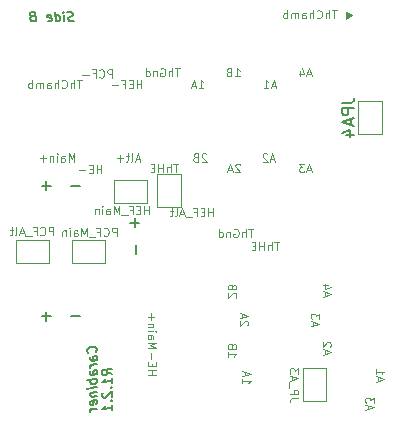
<source format=gbr>
G04 #@! TF.GenerationSoftware,KiCad,Pcbnew,(6.0.7)*
G04 #@! TF.CreationDate,2022-09-29T20:41:47+02:00*
G04 #@! TF.ProjectId,carabiner,63617261-6269-46e6-9572-2e6b69636164,rev?*
G04 #@! TF.SameCoordinates,Original*
G04 #@! TF.FileFunction,Legend,Bot*
G04 #@! TF.FilePolarity,Positive*
%FSLAX46Y46*%
G04 Gerber Fmt 4.6, Leading zero omitted, Abs format (unit mm)*
G04 Created by KiCad (PCBNEW (6.0.7)) date 2022-09-29 20:41:47*
%MOMM*%
%LPD*%
G01*
G04 APERTURE LIST*
%ADD10C,0.200000*%
%ADD11C,0.100000*%
%ADD12C,0.150000*%
%ADD13C,0.120000*%
G04 APERTURE END LIST*
D10*
X55769047Y-49678571D02*
X56530952Y-49678571D01*
X53671428Y-49269047D02*
X53671428Y-50030952D01*
X54052380Y-49650000D02*
X53290476Y-49650000D01*
D11*
X77283333Y-63900000D02*
X77283333Y-63566666D01*
X77083333Y-63966666D02*
X77783333Y-63733333D01*
X77083333Y-63500000D01*
X77716666Y-63300000D02*
X77750000Y-63266666D01*
X77783333Y-63200000D01*
X77783333Y-63033333D01*
X77750000Y-62966666D01*
X77716666Y-62933333D01*
X77650000Y-62900000D01*
X77583333Y-62900000D01*
X77483333Y-62933333D01*
X77083333Y-63333333D01*
X77083333Y-62900000D01*
X62283333Y-65700000D02*
X62983333Y-65700000D01*
X62650000Y-65700000D02*
X62650000Y-65300000D01*
X62283333Y-65300000D02*
X62983333Y-65300000D01*
X62650000Y-64966666D02*
X62650000Y-64733333D01*
X62283333Y-64633333D02*
X62283333Y-64966666D01*
X62983333Y-64966666D01*
X62983333Y-64633333D01*
X62550000Y-64333333D02*
X62550000Y-63800000D01*
X73400000Y-54416666D02*
X73000000Y-54416666D01*
X73200000Y-55116666D02*
X73200000Y-54416666D01*
X72766666Y-55116666D02*
X72766666Y-54416666D01*
X72466666Y-55116666D02*
X72466666Y-54750000D01*
X72500000Y-54683333D01*
X72566666Y-54650000D01*
X72666666Y-54650000D01*
X72733333Y-54683333D01*
X72766666Y-54716666D01*
X72133333Y-55116666D02*
X72133333Y-54416666D01*
X72133333Y-54750000D02*
X71733333Y-54750000D01*
X71733333Y-55116666D02*
X71733333Y-54416666D01*
X71400000Y-54750000D02*
X71166666Y-54750000D01*
X71066666Y-55116666D02*
X71400000Y-55116666D01*
X71400000Y-54416666D01*
X71066666Y-54416666D01*
X64850000Y-47816666D02*
X64450000Y-47816666D01*
X64650000Y-48516666D02*
X64650000Y-47816666D01*
X64216666Y-48516666D02*
X64216666Y-47816666D01*
X63916666Y-48516666D02*
X63916666Y-48150000D01*
X63950000Y-48083333D01*
X64016666Y-48050000D01*
X64116666Y-48050000D01*
X64183333Y-48083333D01*
X64216666Y-48116666D01*
X63583333Y-48516666D02*
X63583333Y-47816666D01*
X63583333Y-48150000D02*
X63183333Y-48150000D01*
X63183333Y-48516666D02*
X63183333Y-47816666D01*
X62850000Y-48150000D02*
X62616666Y-48150000D01*
X62516666Y-48516666D02*
X62850000Y-48516666D01*
X62850000Y-47816666D01*
X62516666Y-47816666D01*
X69716666Y-59150000D02*
X69750000Y-59116666D01*
X69783333Y-59050000D01*
X69783333Y-58883333D01*
X69750000Y-58816666D01*
X69716666Y-58783333D01*
X69650000Y-58750000D01*
X69583333Y-58750000D01*
X69483333Y-58783333D01*
X69083333Y-59183333D01*
X69083333Y-58750000D01*
X69450000Y-58216666D02*
X69416666Y-58116666D01*
X69383333Y-58083333D01*
X69316666Y-58050000D01*
X69216666Y-58050000D01*
X69150000Y-58083333D01*
X69116666Y-58116666D01*
X69083333Y-58183333D01*
X69083333Y-58450000D01*
X69783333Y-58450000D01*
X69783333Y-58216666D01*
X69750000Y-58150000D01*
X69716666Y-58116666D01*
X69650000Y-58083333D01*
X69583333Y-58083333D01*
X69516666Y-58116666D01*
X69483333Y-58150000D01*
X69450000Y-58216666D01*
X69450000Y-58450000D01*
X79068333Y-35503166D02*
X79068333Y-34969833D01*
X79101666Y-35469833D02*
X79101666Y-35003166D01*
X79135000Y-35469833D02*
X79135000Y-35003166D01*
X79168333Y-35436500D02*
X79168333Y-35036500D01*
X79201666Y-35436500D02*
X79201666Y-35036500D01*
X79235000Y-35403166D02*
X79235000Y-35069833D01*
X79268333Y-35403166D02*
X79268333Y-35069833D01*
X79301666Y-35369833D02*
X79301666Y-35103166D01*
X79335000Y-35336500D02*
X79335000Y-35136500D01*
X79368333Y-35336500D02*
X79368333Y-35136500D01*
X79401666Y-35303166D02*
X79401666Y-35169833D01*
X79435000Y-35303166D02*
X79435000Y-35169833D01*
X79468333Y-35236500D02*
X79501666Y-35236500D01*
X79468333Y-35269833D02*
X79468333Y-35203166D01*
X79035000Y-35503166D02*
X79535000Y-35236500D01*
X79035000Y-34969833D01*
X79568333Y-35236500D02*
X79035000Y-34936500D01*
X79035000Y-35536500D01*
X79568333Y-35236500D01*
X78268333Y-34803166D02*
X77868333Y-34803166D01*
X78068333Y-35503166D02*
X78068333Y-34803166D01*
X77635000Y-35503166D02*
X77635000Y-34803166D01*
X77335000Y-35503166D02*
X77335000Y-35136500D01*
X77368333Y-35069833D01*
X77435000Y-35036500D01*
X77535000Y-35036500D01*
X77601666Y-35069833D01*
X77635000Y-35103166D01*
X76601666Y-35436500D02*
X76635000Y-35469833D01*
X76735000Y-35503166D01*
X76801666Y-35503166D01*
X76901666Y-35469833D01*
X76968333Y-35403166D01*
X77001666Y-35336500D01*
X77035000Y-35203166D01*
X77035000Y-35103166D01*
X77001666Y-34969833D01*
X76968333Y-34903166D01*
X76901666Y-34836500D01*
X76801666Y-34803166D01*
X76735000Y-34803166D01*
X76635000Y-34836500D01*
X76601666Y-34869833D01*
X76301666Y-35503166D02*
X76301666Y-34803166D01*
X76001666Y-35503166D02*
X76001666Y-35136500D01*
X76035000Y-35069833D01*
X76101666Y-35036500D01*
X76201666Y-35036500D01*
X76268333Y-35069833D01*
X76301666Y-35103166D01*
X75368333Y-35503166D02*
X75368333Y-35136500D01*
X75401666Y-35069833D01*
X75468333Y-35036500D01*
X75601666Y-35036500D01*
X75668333Y-35069833D01*
X75368333Y-35469833D02*
X75435000Y-35503166D01*
X75601666Y-35503166D01*
X75668333Y-35469833D01*
X75701666Y-35403166D01*
X75701666Y-35336500D01*
X75668333Y-35269833D01*
X75601666Y-35236500D01*
X75435000Y-35236500D01*
X75368333Y-35203166D01*
X75035000Y-35503166D02*
X75035000Y-35036500D01*
X75035000Y-35103166D02*
X75001666Y-35069833D01*
X74935000Y-35036500D01*
X74835000Y-35036500D01*
X74768333Y-35069833D01*
X74735000Y-35136500D01*
X74735000Y-35503166D01*
X74735000Y-35136500D02*
X74701666Y-35069833D01*
X74635000Y-35036500D01*
X74535000Y-35036500D01*
X74468333Y-35069833D01*
X74435000Y-35136500D01*
X74435000Y-35503166D01*
X74101666Y-35503166D02*
X74101666Y-34803166D01*
X74101666Y-35069833D02*
X74035000Y-35036500D01*
X73901666Y-35036500D01*
X73835000Y-35069833D01*
X73801666Y-35103166D01*
X73768333Y-35169833D01*
X73768333Y-35369833D01*
X73801666Y-35436500D01*
X73835000Y-35469833D01*
X73901666Y-35503166D01*
X74035000Y-35503166D01*
X74101666Y-35469833D01*
D12*
X57881714Y-63741023D02*
X57919809Y-63698166D01*
X57957904Y-63579119D01*
X57957904Y-63502928D01*
X57919809Y-63393404D01*
X57843619Y-63326738D01*
X57767428Y-63298166D01*
X57615047Y-63279119D01*
X57500761Y-63293404D01*
X57348380Y-63350547D01*
X57272190Y-63398166D01*
X57196000Y-63483880D01*
X57157904Y-63602928D01*
X57157904Y-63679119D01*
X57196000Y-63788642D01*
X57234095Y-63821976D01*
X57957904Y-64417214D02*
X57538857Y-64469595D01*
X57462666Y-64441023D01*
X57424571Y-64369595D01*
X57424571Y-64217214D01*
X57462666Y-64136261D01*
X57919809Y-64421976D02*
X57957904Y-64341023D01*
X57957904Y-64150547D01*
X57919809Y-64079119D01*
X57843619Y-64050547D01*
X57767428Y-64060071D01*
X57691238Y-64107690D01*
X57653142Y-64188642D01*
X57653142Y-64379119D01*
X57615047Y-64460071D01*
X57957904Y-64798166D02*
X57424571Y-64864833D01*
X57576952Y-64845785D02*
X57500761Y-64893404D01*
X57462666Y-64936261D01*
X57424571Y-65017214D01*
X57424571Y-65093404D01*
X57957904Y-65636261D02*
X57538857Y-65688642D01*
X57462666Y-65660071D01*
X57424571Y-65588642D01*
X57424571Y-65436261D01*
X57462666Y-65355309D01*
X57919809Y-65641023D02*
X57957904Y-65560071D01*
X57957904Y-65369595D01*
X57919809Y-65298166D01*
X57843619Y-65269595D01*
X57767428Y-65279119D01*
X57691238Y-65326738D01*
X57653142Y-65407690D01*
X57653142Y-65598166D01*
X57615047Y-65679119D01*
X57957904Y-66017214D02*
X57157904Y-66117214D01*
X57462666Y-66079119D02*
X57424571Y-66160071D01*
X57424571Y-66312452D01*
X57462666Y-66383880D01*
X57500761Y-66417214D01*
X57576952Y-66445785D01*
X57805523Y-66417214D01*
X57881714Y-66369595D01*
X57919809Y-66326738D01*
X57957904Y-66245785D01*
X57957904Y-66093404D01*
X57919809Y-66021976D01*
X57957904Y-66741023D02*
X57424571Y-66807690D01*
X57157904Y-66841023D02*
X57196000Y-66798166D01*
X57234095Y-66831500D01*
X57196000Y-66874357D01*
X57157904Y-66841023D01*
X57234095Y-66831500D01*
X57424571Y-67188642D02*
X57957904Y-67121976D01*
X57500761Y-67179119D02*
X57462666Y-67221976D01*
X57424571Y-67302928D01*
X57424571Y-67417214D01*
X57462666Y-67488642D01*
X57538857Y-67517214D01*
X57957904Y-67464833D01*
X57919809Y-68155309D02*
X57957904Y-68074357D01*
X57957904Y-67921976D01*
X57919809Y-67850547D01*
X57843619Y-67821976D01*
X57538857Y-67860071D01*
X57462666Y-67907690D01*
X57424571Y-67988642D01*
X57424571Y-68141023D01*
X57462666Y-68212452D01*
X57538857Y-68241023D01*
X57615047Y-68231500D01*
X57691238Y-67841023D01*
X57957904Y-68531500D02*
X57424571Y-68598166D01*
X57576952Y-68579119D02*
X57500761Y-68626738D01*
X57462666Y-68669595D01*
X57424571Y-68750547D01*
X57424571Y-68826738D01*
X59245904Y-65636261D02*
X58864952Y-65417214D01*
X59245904Y-65179119D02*
X58445904Y-65279119D01*
X58445904Y-65583880D01*
X58484000Y-65655309D01*
X58522095Y-65688642D01*
X58598285Y-65717214D01*
X58712571Y-65702928D01*
X58788761Y-65655309D01*
X58826857Y-65612452D01*
X58864952Y-65531500D01*
X58864952Y-65226738D01*
X59245904Y-66398166D02*
X59245904Y-65941023D01*
X59245904Y-66169595D02*
X58445904Y-66269595D01*
X58560190Y-66179119D01*
X58636380Y-66093404D01*
X58674476Y-66012452D01*
X59169714Y-66750547D02*
X59207809Y-66783880D01*
X59245904Y-66741023D01*
X59207809Y-66707690D01*
X59169714Y-66750547D01*
X59245904Y-66741023D01*
X58522095Y-67174357D02*
X58484000Y-67217214D01*
X58445904Y-67298166D01*
X58445904Y-67488642D01*
X58484000Y-67560071D01*
X58522095Y-67593404D01*
X58598285Y-67621976D01*
X58674476Y-67612452D01*
X58788761Y-67560071D01*
X59245904Y-67045785D01*
X59245904Y-67541023D01*
X59169714Y-67893404D02*
X59207809Y-67926738D01*
X59245904Y-67883880D01*
X59207809Y-67850547D01*
X59169714Y-67893404D01*
X59245904Y-67883880D01*
X59245904Y-68683880D02*
X59245904Y-68226738D01*
X59245904Y-68455309D02*
X58445904Y-68555309D01*
X58560190Y-68464833D01*
X58636380Y-68379119D01*
X58674476Y-68298166D01*
D11*
X81783333Y-66200000D02*
X81783333Y-65866666D01*
X81583333Y-66266666D02*
X82283333Y-66033333D01*
X81583333Y-65800000D01*
X81583333Y-65200000D02*
X81583333Y-65600000D01*
X81583333Y-65400000D02*
X82283333Y-65400000D01*
X82183333Y-65466666D01*
X82116666Y-65533333D01*
X82083333Y-65600000D01*
X61750000Y-41416666D02*
X61750000Y-40716666D01*
X61750000Y-41050000D02*
X61350000Y-41050000D01*
X61350000Y-41416666D02*
X61350000Y-40716666D01*
X61016666Y-41050000D02*
X60783333Y-41050000D01*
X60683333Y-41416666D02*
X61016666Y-41416666D01*
X61016666Y-40716666D01*
X60683333Y-40716666D01*
X60150000Y-41050000D02*
X60383333Y-41050000D01*
X60383333Y-41416666D02*
X60383333Y-40716666D01*
X60050000Y-40716666D01*
X59783333Y-41150000D02*
X59250000Y-41150000D01*
X76100000Y-48316666D02*
X75766666Y-48316666D01*
X76166666Y-48516666D02*
X75933333Y-47816666D01*
X75700000Y-48516666D01*
X75533333Y-47816666D02*
X75100000Y-47816666D01*
X75333333Y-48083333D01*
X75233333Y-48083333D01*
X75166666Y-48116666D01*
X75133333Y-48150000D01*
X75100000Y-48216666D01*
X75100000Y-48383333D01*
X75133333Y-48450000D01*
X75166666Y-48483333D01*
X75233333Y-48516666D01*
X75433333Y-48516666D01*
X75500000Y-48483333D01*
X75533333Y-48450000D01*
X76283333Y-61500000D02*
X76283333Y-61166666D01*
X76083333Y-61566666D02*
X76783333Y-61333333D01*
X76083333Y-61100000D01*
X76783333Y-60933333D02*
X76783333Y-60500000D01*
X76516666Y-60733333D01*
X76516666Y-60633333D01*
X76483333Y-60566666D01*
X76450000Y-60533333D01*
X76383333Y-60500000D01*
X76216666Y-60500000D01*
X76150000Y-60533333D01*
X76116666Y-60566666D01*
X76083333Y-60633333D01*
X76083333Y-60833333D01*
X76116666Y-60900000D01*
X76150000Y-60933333D01*
X73100000Y-41216666D02*
X72766666Y-41216666D01*
X73166666Y-41416666D02*
X72933333Y-40716666D01*
X72700000Y-41416666D01*
X72100000Y-41416666D02*
X72500000Y-41416666D01*
X72300000Y-41416666D02*
X72300000Y-40716666D01*
X72366666Y-40816666D01*
X72433333Y-40883333D01*
X72500000Y-40916666D01*
X70100000Y-47883333D02*
X70066666Y-47850000D01*
X70000000Y-47816666D01*
X69833333Y-47816666D01*
X69766666Y-47850000D01*
X69733333Y-47883333D01*
X69700000Y-47950000D01*
X69700000Y-48016666D01*
X69733333Y-48116666D01*
X70133333Y-48516666D01*
X69700000Y-48516666D01*
X69433333Y-48316666D02*
X69100000Y-48316666D01*
X69500000Y-48516666D02*
X69266666Y-47816666D01*
X69033333Y-48516666D01*
D10*
X53671428Y-60319047D02*
X53671428Y-61080952D01*
X54052380Y-60700000D02*
X53290476Y-60700000D01*
D11*
X61583333Y-47416666D02*
X61250000Y-47416666D01*
X61650000Y-47616666D02*
X61416666Y-46916666D01*
X61183333Y-47616666D01*
X60850000Y-47616666D02*
X60916666Y-47583333D01*
X60950000Y-47516666D01*
X60950000Y-46916666D01*
X60683333Y-47150000D02*
X60416666Y-47150000D01*
X60583333Y-46916666D02*
X60583333Y-47516666D01*
X60550000Y-47583333D01*
X60483333Y-47616666D01*
X60416666Y-47616666D01*
X60183333Y-47350000D02*
X59650000Y-47350000D01*
X59916666Y-47616666D02*
X59916666Y-47083333D01*
X62283333Y-63416666D02*
X62983333Y-63416666D01*
X62483333Y-63183333D01*
X62983333Y-62950000D01*
X62283333Y-62950000D01*
X62283333Y-62316666D02*
X62650000Y-62316666D01*
X62716666Y-62350000D01*
X62750000Y-62416666D01*
X62750000Y-62550000D01*
X62716666Y-62616666D01*
X62316666Y-62316666D02*
X62283333Y-62383333D01*
X62283333Y-62550000D01*
X62316666Y-62616666D01*
X62383333Y-62650000D01*
X62450000Y-62650000D01*
X62516666Y-62616666D01*
X62550000Y-62550000D01*
X62550000Y-62383333D01*
X62583333Y-62316666D01*
X62283333Y-61983333D02*
X62750000Y-61983333D01*
X62983333Y-61983333D02*
X62950000Y-62016666D01*
X62916666Y-61983333D01*
X62950000Y-61950000D01*
X62983333Y-61983333D01*
X62916666Y-61983333D01*
X62750000Y-61650000D02*
X62283333Y-61650000D01*
X62683333Y-61650000D02*
X62716666Y-61616666D01*
X62750000Y-61550000D01*
X62750000Y-61450000D01*
X62716666Y-61383333D01*
X62650000Y-61350000D01*
X62283333Y-61350000D01*
X62550000Y-61016666D02*
X62550000Y-60483333D01*
X62283333Y-60750000D02*
X62816666Y-60750000D01*
X70716666Y-61500000D02*
X70750000Y-61466666D01*
X70783333Y-61400000D01*
X70783333Y-61233333D01*
X70750000Y-61166666D01*
X70716666Y-61133333D01*
X70650000Y-61100000D01*
X70583333Y-61100000D01*
X70483333Y-61133333D01*
X70083333Y-61533333D01*
X70083333Y-61100000D01*
X70283333Y-60833333D02*
X70283333Y-60500000D01*
X70083333Y-60900000D02*
X70783333Y-60666666D01*
X70083333Y-60433333D01*
X65000000Y-39716666D02*
X64600000Y-39716666D01*
X64800000Y-40416666D02*
X64800000Y-39716666D01*
X64366666Y-40416666D02*
X64366666Y-39716666D01*
X64066666Y-40416666D02*
X64066666Y-40050000D01*
X64100000Y-39983333D01*
X64166666Y-39950000D01*
X64266666Y-39950000D01*
X64333333Y-39983333D01*
X64366666Y-40016666D01*
X63366666Y-39750000D02*
X63433333Y-39716666D01*
X63533333Y-39716666D01*
X63633333Y-39750000D01*
X63700000Y-39816666D01*
X63733333Y-39883333D01*
X63766666Y-40016666D01*
X63766666Y-40116666D01*
X63733333Y-40250000D01*
X63700000Y-40316666D01*
X63633333Y-40383333D01*
X63533333Y-40416666D01*
X63466666Y-40416666D01*
X63366666Y-40383333D01*
X63333333Y-40350000D01*
X63333333Y-40116666D01*
X63466666Y-40116666D01*
X63033333Y-39950000D02*
X63033333Y-40416666D01*
X63033333Y-40016666D02*
X63000000Y-39983333D01*
X62933333Y-39950000D01*
X62833333Y-39950000D01*
X62766666Y-39983333D01*
X62733333Y-40050000D01*
X62733333Y-40416666D01*
X62100000Y-40416666D02*
X62100000Y-39716666D01*
X62100000Y-40383333D02*
X62166666Y-40416666D01*
X62300000Y-40416666D01*
X62366666Y-40383333D01*
X62400000Y-40350000D01*
X62433333Y-40283333D01*
X62433333Y-40083333D01*
X62400000Y-40016666D01*
X62366666Y-39983333D01*
X62300000Y-39950000D01*
X62166666Y-39950000D01*
X62100000Y-39983333D01*
D12*
X56018554Y-35704096D02*
X55909030Y-35742191D01*
X55718554Y-35742191D01*
X55637602Y-35704096D01*
X55594745Y-35666001D01*
X55547126Y-35589810D01*
X55537602Y-35513620D01*
X55566173Y-35437429D01*
X55599507Y-35399334D01*
X55670935Y-35361239D01*
X55818554Y-35323144D01*
X55889983Y-35285048D01*
X55923316Y-35246953D01*
X55951887Y-35170763D01*
X55942364Y-35094572D01*
X55894745Y-35018382D01*
X55851887Y-34980287D01*
X55770935Y-34942191D01*
X55580459Y-34942191D01*
X55470935Y-34980287D01*
X55223316Y-35742191D02*
X55156649Y-35208858D01*
X55123316Y-34942191D02*
X55166173Y-34980287D01*
X55132840Y-35018382D01*
X55089983Y-34980287D01*
X55123316Y-34942191D01*
X55132840Y-35018382D01*
X54499507Y-35742191D02*
X54399507Y-34942191D01*
X54494745Y-35704096D02*
X54575697Y-35742191D01*
X54728078Y-35742191D01*
X54799507Y-35704096D01*
X54832840Y-35666001D01*
X54861411Y-35589810D01*
X54832840Y-35361239D01*
X54785221Y-35285048D01*
X54742364Y-35246953D01*
X54661411Y-35208858D01*
X54509030Y-35208858D01*
X54437602Y-35246953D01*
X53809030Y-35704096D02*
X53889983Y-35742191D01*
X54042364Y-35742191D01*
X54113792Y-35704096D01*
X54142364Y-35627906D01*
X54104268Y-35323144D01*
X54056649Y-35246953D01*
X53975697Y-35208858D01*
X53823316Y-35208858D01*
X53751887Y-35246953D01*
X53723316Y-35323144D01*
X53732840Y-35399334D01*
X54123316Y-35475525D01*
X52504268Y-35323144D02*
X52394745Y-35361239D01*
X52361411Y-35399334D01*
X52332840Y-35475525D01*
X52347126Y-35589810D01*
X52394745Y-35666001D01*
X52437602Y-35704096D01*
X52518554Y-35742191D01*
X52823316Y-35742191D01*
X52723316Y-34942191D01*
X52456649Y-34942191D01*
X52385221Y-34980287D01*
X52351887Y-35018382D01*
X52323316Y-35094572D01*
X52332840Y-35170763D01*
X52380459Y-35246953D01*
X52423316Y-35285048D01*
X52504268Y-35323144D01*
X52770935Y-35323144D01*
D11*
X71200000Y-53316666D02*
X70800000Y-53316666D01*
X71000000Y-54016666D02*
X71000000Y-53316666D01*
X70566666Y-54016666D02*
X70566666Y-53316666D01*
X70266666Y-54016666D02*
X70266666Y-53650000D01*
X70300000Y-53583333D01*
X70366666Y-53550000D01*
X70466666Y-53550000D01*
X70533333Y-53583333D01*
X70566666Y-53616666D01*
X69566666Y-53350000D02*
X69633333Y-53316666D01*
X69733333Y-53316666D01*
X69833333Y-53350000D01*
X69900000Y-53416666D01*
X69933333Y-53483333D01*
X69966666Y-53616666D01*
X69966666Y-53716666D01*
X69933333Y-53850000D01*
X69900000Y-53916666D01*
X69833333Y-53983333D01*
X69733333Y-54016666D01*
X69666666Y-54016666D01*
X69566666Y-53983333D01*
X69533333Y-53950000D01*
X69533333Y-53716666D01*
X69666666Y-53716666D01*
X69233333Y-53550000D02*
X69233333Y-54016666D01*
X69233333Y-53616666D02*
X69200000Y-53583333D01*
X69133333Y-53550000D01*
X69033333Y-53550000D01*
X68966666Y-53583333D01*
X68933333Y-53650000D01*
X68933333Y-54016666D01*
X68300000Y-54016666D02*
X68300000Y-53316666D01*
X68300000Y-53983333D02*
X68366666Y-54016666D01*
X68500000Y-54016666D01*
X68566666Y-53983333D01*
X68600000Y-53950000D01*
X68633333Y-53883333D01*
X68633333Y-53683333D01*
X68600000Y-53616666D01*
X68566666Y-53583333D01*
X68500000Y-53550000D01*
X68366666Y-53550000D01*
X68300000Y-53583333D01*
X73000000Y-47416666D02*
X72666666Y-47416666D01*
X73066666Y-47616666D02*
X72833333Y-46916666D01*
X72600000Y-47616666D01*
X72400000Y-46983333D02*
X72366666Y-46950000D01*
X72300000Y-46916666D01*
X72133333Y-46916666D01*
X72066666Y-46950000D01*
X72033333Y-46983333D01*
X72000000Y-47050000D01*
X72000000Y-47116666D01*
X72033333Y-47216666D01*
X72433333Y-47616666D01*
X72000000Y-47616666D01*
X66600000Y-41416666D02*
X67000000Y-41416666D01*
X66800000Y-41416666D02*
X66800000Y-40716666D01*
X66866666Y-40816666D01*
X66933333Y-40883333D01*
X67000000Y-40916666D01*
X66333333Y-41216666D02*
X66000000Y-41216666D01*
X66400000Y-41416666D02*
X66166666Y-40716666D01*
X65933333Y-41416666D01*
X70283333Y-66000000D02*
X70283333Y-66400000D01*
X70283333Y-66200000D02*
X70983333Y-66200000D01*
X70883333Y-66266666D01*
X70816666Y-66333333D01*
X70783333Y-66400000D01*
X70483333Y-65733333D02*
X70483333Y-65400000D01*
X70283333Y-65800000D02*
X70983333Y-65566666D01*
X70283333Y-65333333D01*
X69650000Y-40416666D02*
X70050000Y-40416666D01*
X69850000Y-40416666D02*
X69850000Y-39716666D01*
X69916666Y-39816666D01*
X69983333Y-39883333D01*
X70050000Y-39916666D01*
X69116666Y-40050000D02*
X69016666Y-40083333D01*
X68983333Y-40116666D01*
X68950000Y-40183333D01*
X68950000Y-40283333D01*
X68983333Y-40350000D01*
X69016666Y-40383333D01*
X69083333Y-40416666D01*
X69350000Y-40416666D01*
X69350000Y-39716666D01*
X69116666Y-39716666D01*
X69050000Y-39750000D01*
X69016666Y-39783333D01*
X68983333Y-39850000D01*
X68983333Y-39916666D01*
X69016666Y-39983333D01*
X69050000Y-40016666D01*
X69116666Y-40050000D01*
X69350000Y-40050000D01*
X58350000Y-48616666D02*
X58350000Y-47916666D01*
X58350000Y-48250000D02*
X57950000Y-48250000D01*
X57950000Y-48616666D02*
X57950000Y-47916666D01*
X57616666Y-48250000D02*
X57383333Y-48250000D01*
X57283333Y-48616666D02*
X57616666Y-48616666D01*
X57616666Y-47916666D01*
X57283333Y-47916666D01*
X56983333Y-48350000D02*
X56450000Y-48350000D01*
D10*
X61271428Y-54719047D02*
X61271428Y-55480952D01*
D11*
X56066666Y-47616666D02*
X56066666Y-46916666D01*
X55833333Y-47416666D01*
X55600000Y-46916666D01*
X55600000Y-47616666D01*
X54966666Y-47616666D02*
X54966666Y-47250000D01*
X55000000Y-47183333D01*
X55066666Y-47150000D01*
X55200000Y-47150000D01*
X55266666Y-47183333D01*
X54966666Y-47583333D02*
X55033333Y-47616666D01*
X55200000Y-47616666D01*
X55266666Y-47583333D01*
X55300000Y-47516666D01*
X55300000Y-47450000D01*
X55266666Y-47383333D01*
X55200000Y-47350000D01*
X55033333Y-47350000D01*
X54966666Y-47316666D01*
X54633333Y-47616666D02*
X54633333Y-47150000D01*
X54633333Y-46916666D02*
X54666666Y-46950000D01*
X54633333Y-46983333D01*
X54600000Y-46950000D01*
X54633333Y-46916666D01*
X54633333Y-46983333D01*
X54300000Y-47150000D02*
X54300000Y-47616666D01*
X54300000Y-47216666D02*
X54266666Y-47183333D01*
X54200000Y-47150000D01*
X54100000Y-47150000D01*
X54033333Y-47183333D01*
X54000000Y-47250000D01*
X54000000Y-47616666D01*
X53666666Y-47350000D02*
X53133333Y-47350000D01*
X53400000Y-47616666D02*
X53400000Y-47083333D01*
X77283333Y-59000000D02*
X77283333Y-58666666D01*
X77083333Y-59066666D02*
X77783333Y-58833333D01*
X77083333Y-58600000D01*
X77550000Y-58066666D02*
X77083333Y-58066666D01*
X77816666Y-58233333D02*
X77316666Y-58400000D01*
X77316666Y-57966666D01*
X67250000Y-46983333D02*
X67216666Y-46950000D01*
X67150000Y-46916666D01*
X66983333Y-46916666D01*
X66916666Y-46950000D01*
X66883333Y-46983333D01*
X66850000Y-47050000D01*
X66850000Y-47116666D01*
X66883333Y-47216666D01*
X67283333Y-47616666D01*
X66850000Y-47616666D01*
X66316666Y-47250000D02*
X66216666Y-47283333D01*
X66183333Y-47316666D01*
X66150000Y-47383333D01*
X66150000Y-47483333D01*
X66183333Y-47550000D01*
X66216666Y-47583333D01*
X66283333Y-47616666D01*
X66550000Y-47616666D01*
X66550000Y-46916666D01*
X66316666Y-46916666D01*
X66250000Y-46950000D01*
X66216666Y-46983333D01*
X66183333Y-47050000D01*
X66183333Y-47116666D01*
X66216666Y-47183333D01*
X66250000Y-47216666D01*
X66316666Y-47250000D01*
X66550000Y-47250000D01*
X69083333Y-63750000D02*
X69083333Y-64150000D01*
X69083333Y-63950000D02*
X69783333Y-63950000D01*
X69683333Y-64016666D01*
X69616666Y-64083333D01*
X69583333Y-64150000D01*
X69450000Y-63216666D02*
X69416666Y-63116666D01*
X69383333Y-63083333D01*
X69316666Y-63050000D01*
X69216666Y-63050000D01*
X69150000Y-63083333D01*
X69116666Y-63116666D01*
X69083333Y-63183333D01*
X69083333Y-63450000D01*
X69783333Y-63450000D01*
X69783333Y-63216666D01*
X69750000Y-63150000D01*
X69716666Y-63116666D01*
X69650000Y-63083333D01*
X69583333Y-63083333D01*
X69516666Y-63116666D01*
X69483333Y-63150000D01*
X69450000Y-63216666D01*
X69450000Y-63450000D01*
X56683333Y-40716666D02*
X56283333Y-40716666D01*
X56483333Y-41416666D02*
X56483333Y-40716666D01*
X56050000Y-41416666D02*
X56050000Y-40716666D01*
X55750000Y-41416666D02*
X55750000Y-41050000D01*
X55783333Y-40983333D01*
X55850000Y-40950000D01*
X55950000Y-40950000D01*
X56016666Y-40983333D01*
X56050000Y-41016666D01*
X55016666Y-41350000D02*
X55050000Y-41383333D01*
X55150000Y-41416666D01*
X55216666Y-41416666D01*
X55316666Y-41383333D01*
X55383333Y-41316666D01*
X55416666Y-41250000D01*
X55450000Y-41116666D01*
X55450000Y-41016666D01*
X55416666Y-40883333D01*
X55383333Y-40816666D01*
X55316666Y-40750000D01*
X55216666Y-40716666D01*
X55150000Y-40716666D01*
X55050000Y-40750000D01*
X55016666Y-40783333D01*
X54716666Y-41416666D02*
X54716666Y-40716666D01*
X54416666Y-41416666D02*
X54416666Y-41050000D01*
X54450000Y-40983333D01*
X54516666Y-40950000D01*
X54616666Y-40950000D01*
X54683333Y-40983333D01*
X54716666Y-41016666D01*
X53783333Y-41416666D02*
X53783333Y-41050000D01*
X53816666Y-40983333D01*
X53883333Y-40950000D01*
X54016666Y-40950000D01*
X54083333Y-40983333D01*
X53783333Y-41383333D02*
X53850000Y-41416666D01*
X54016666Y-41416666D01*
X54083333Y-41383333D01*
X54116666Y-41316666D01*
X54116666Y-41250000D01*
X54083333Y-41183333D01*
X54016666Y-41150000D01*
X53850000Y-41150000D01*
X53783333Y-41116666D01*
X53450000Y-41416666D02*
X53450000Y-40950000D01*
X53450000Y-41016666D02*
X53416666Y-40983333D01*
X53350000Y-40950000D01*
X53250000Y-40950000D01*
X53183333Y-40983333D01*
X53150000Y-41050000D01*
X53150000Y-41416666D01*
X53150000Y-41050000D02*
X53116666Y-40983333D01*
X53050000Y-40950000D01*
X52950000Y-40950000D01*
X52883333Y-40983333D01*
X52850000Y-41050000D01*
X52850000Y-41416666D01*
X52516666Y-41416666D02*
X52516666Y-40716666D01*
X52516666Y-40983333D02*
X52450000Y-40950000D01*
X52316666Y-40950000D01*
X52250000Y-40983333D01*
X52216666Y-41016666D01*
X52183333Y-41083333D01*
X52183333Y-41283333D01*
X52216666Y-41350000D01*
X52250000Y-41383333D01*
X52316666Y-41416666D01*
X52450000Y-41416666D01*
X52516666Y-41383333D01*
X76100000Y-40216666D02*
X75766666Y-40216666D01*
X76166666Y-40416666D02*
X75933333Y-39716666D01*
X75700000Y-40416666D01*
X75166666Y-39950000D02*
X75166666Y-40416666D01*
X75333333Y-39683333D02*
X75500000Y-40183333D01*
X75066666Y-40183333D01*
X59266666Y-40516666D02*
X59266666Y-39816666D01*
X59000000Y-39816666D01*
X58933333Y-39850000D01*
X58900000Y-39883333D01*
X58866666Y-39950000D01*
X58866666Y-40050000D01*
X58900000Y-40116666D01*
X58933333Y-40150000D01*
X59000000Y-40183333D01*
X59266666Y-40183333D01*
X58166666Y-40450000D02*
X58200000Y-40483333D01*
X58300000Y-40516666D01*
X58366666Y-40516666D01*
X58466666Y-40483333D01*
X58533333Y-40416666D01*
X58566666Y-40350000D01*
X58600000Y-40216666D01*
X58600000Y-40116666D01*
X58566666Y-39983333D01*
X58533333Y-39916666D01*
X58466666Y-39850000D01*
X58366666Y-39816666D01*
X58300000Y-39816666D01*
X58200000Y-39850000D01*
X58166666Y-39883333D01*
X57633333Y-40150000D02*
X57866666Y-40150000D01*
X57866666Y-40516666D02*
X57866666Y-39816666D01*
X57533333Y-39816666D01*
X57266666Y-40250000D02*
X56733333Y-40250000D01*
X80903333Y-68610000D02*
X80903333Y-68276666D01*
X80703333Y-68676666D02*
X81403333Y-68443333D01*
X80703333Y-68210000D01*
X81403333Y-68043333D02*
X81403333Y-67610000D01*
X81136666Y-67843333D01*
X81136666Y-67743333D01*
X81103333Y-67676666D01*
X81070000Y-67643333D01*
X81003333Y-67610000D01*
X80836666Y-67610000D01*
X80770000Y-67643333D01*
X80736666Y-67676666D01*
X80703333Y-67743333D01*
X80703333Y-67943333D01*
X80736666Y-68010000D01*
X80770000Y-68043333D01*
D10*
X55819047Y-60728571D02*
X56580952Y-60728571D01*
X61580952Y-52821428D02*
X60819047Y-52821428D01*
X61200000Y-53202380D02*
X61200000Y-52440476D01*
D12*
X78752380Y-42638095D02*
X79466666Y-42638095D01*
X79609523Y-42590476D01*
X79704761Y-42495238D01*
X79752380Y-42352380D01*
X79752380Y-42257142D01*
X79752380Y-43114285D02*
X78752380Y-43114285D01*
X78752380Y-43495238D01*
X78800000Y-43590476D01*
X78847619Y-43638095D01*
X78942857Y-43685714D01*
X79085714Y-43685714D01*
X79180952Y-43638095D01*
X79228571Y-43590476D01*
X79276190Y-43495238D01*
X79276190Y-43114285D01*
X79466666Y-44066666D02*
X79466666Y-44542857D01*
X79752380Y-43971428D02*
X78752380Y-44304761D01*
X79752380Y-44638095D01*
X79085714Y-45400000D02*
X79752380Y-45400000D01*
X78704761Y-45161904D02*
X79419047Y-44923809D01*
X79419047Y-45542857D01*
D11*
X67816666Y-52266666D02*
X67816666Y-51566666D01*
X67816666Y-51900000D02*
X67416666Y-51900000D01*
X67416666Y-52266666D02*
X67416666Y-51566666D01*
X67083333Y-51900000D02*
X66850000Y-51900000D01*
X66750000Y-52266666D02*
X67083333Y-52266666D01*
X67083333Y-51566666D01*
X66750000Y-51566666D01*
X66216666Y-51900000D02*
X66450000Y-51900000D01*
X66450000Y-52266666D02*
X66450000Y-51566666D01*
X66116666Y-51566666D01*
X66016666Y-52333333D02*
X65483333Y-52333333D01*
X65350000Y-52066666D02*
X65016666Y-52066666D01*
X65416666Y-52266666D02*
X65183333Y-51566666D01*
X64950000Y-52266666D01*
X64616666Y-52266666D02*
X64683333Y-52233333D01*
X64716666Y-52166666D01*
X64716666Y-51566666D01*
X64450000Y-51800000D02*
X64183333Y-51800000D01*
X64350000Y-51566666D02*
X64350000Y-52166666D01*
X64316666Y-52233333D01*
X64250000Y-52266666D01*
X64183333Y-52266666D01*
X62383333Y-52066666D02*
X62383333Y-51366666D01*
X62383333Y-51700000D02*
X61983333Y-51700000D01*
X61983333Y-52066666D02*
X61983333Y-51366666D01*
X61650000Y-51700000D02*
X61416666Y-51700000D01*
X61316666Y-52066666D02*
X61650000Y-52066666D01*
X61650000Y-51366666D01*
X61316666Y-51366666D01*
X60783333Y-51700000D02*
X61016666Y-51700000D01*
X61016666Y-52066666D02*
X61016666Y-51366666D01*
X60683333Y-51366666D01*
X60583333Y-52133333D02*
X60050000Y-52133333D01*
X59883333Y-52066666D02*
X59883333Y-51366666D01*
X59650000Y-51866666D01*
X59416666Y-51366666D01*
X59416666Y-52066666D01*
X58783333Y-52066666D02*
X58783333Y-51700000D01*
X58816666Y-51633333D01*
X58883333Y-51600000D01*
X59016666Y-51600000D01*
X59083333Y-51633333D01*
X58783333Y-52033333D02*
X58850000Y-52066666D01*
X59016666Y-52066666D01*
X59083333Y-52033333D01*
X59116666Y-51966666D01*
X59116666Y-51900000D01*
X59083333Y-51833333D01*
X59016666Y-51800000D01*
X58850000Y-51800000D01*
X58783333Y-51766666D01*
X58450000Y-52066666D02*
X58450000Y-51600000D01*
X58450000Y-51366666D02*
X58483333Y-51400000D01*
X58450000Y-51433333D01*
X58416666Y-51400000D01*
X58450000Y-51366666D01*
X58450000Y-51433333D01*
X58116666Y-51600000D02*
X58116666Y-52066666D01*
X58116666Y-51666666D02*
X58083333Y-51633333D01*
X58016666Y-51600000D01*
X57916666Y-51600000D01*
X57850000Y-51633333D01*
X57816666Y-51700000D01*
X57816666Y-52066666D01*
X54283333Y-53866666D02*
X54283333Y-53166666D01*
X54016666Y-53166666D01*
X53950000Y-53200000D01*
X53916666Y-53233333D01*
X53883333Y-53300000D01*
X53883333Y-53400000D01*
X53916666Y-53466666D01*
X53950000Y-53500000D01*
X54016666Y-53533333D01*
X54283333Y-53533333D01*
X53183333Y-53800000D02*
X53216666Y-53833333D01*
X53316666Y-53866666D01*
X53383333Y-53866666D01*
X53483333Y-53833333D01*
X53550000Y-53766666D01*
X53583333Y-53700000D01*
X53616666Y-53566666D01*
X53616666Y-53466666D01*
X53583333Y-53333333D01*
X53550000Y-53266666D01*
X53483333Y-53200000D01*
X53383333Y-53166666D01*
X53316666Y-53166666D01*
X53216666Y-53200000D01*
X53183333Y-53233333D01*
X52650000Y-53500000D02*
X52883333Y-53500000D01*
X52883333Y-53866666D02*
X52883333Y-53166666D01*
X52550000Y-53166666D01*
X52450000Y-53933333D02*
X51916666Y-53933333D01*
X51783333Y-53666666D02*
X51450000Y-53666666D01*
X51850000Y-53866666D02*
X51616666Y-53166666D01*
X51383333Y-53866666D01*
X51050000Y-53866666D02*
X51116666Y-53833333D01*
X51150000Y-53766666D01*
X51150000Y-53166666D01*
X50883333Y-53400000D02*
X50616666Y-53400000D01*
X50783333Y-53166666D02*
X50783333Y-53766666D01*
X50750000Y-53833333D01*
X50683333Y-53866666D01*
X50616666Y-53866666D01*
X59650000Y-53916666D02*
X59650000Y-53216666D01*
X59383333Y-53216666D01*
X59316666Y-53250000D01*
X59283333Y-53283333D01*
X59250000Y-53350000D01*
X59250000Y-53450000D01*
X59283333Y-53516666D01*
X59316666Y-53550000D01*
X59383333Y-53583333D01*
X59650000Y-53583333D01*
X58550000Y-53850000D02*
X58583333Y-53883333D01*
X58683333Y-53916666D01*
X58750000Y-53916666D01*
X58850000Y-53883333D01*
X58916666Y-53816666D01*
X58950000Y-53750000D01*
X58983333Y-53616666D01*
X58983333Y-53516666D01*
X58950000Y-53383333D01*
X58916666Y-53316666D01*
X58850000Y-53250000D01*
X58750000Y-53216666D01*
X58683333Y-53216666D01*
X58583333Y-53250000D01*
X58550000Y-53283333D01*
X58016666Y-53550000D02*
X58250000Y-53550000D01*
X58250000Y-53916666D02*
X58250000Y-53216666D01*
X57916666Y-53216666D01*
X57816666Y-53983333D02*
X57283333Y-53983333D01*
X57116666Y-53916666D02*
X57116666Y-53216666D01*
X56883333Y-53716666D01*
X56650000Y-53216666D01*
X56650000Y-53916666D01*
X56016666Y-53916666D02*
X56016666Y-53550000D01*
X56050000Y-53483333D01*
X56116666Y-53450000D01*
X56250000Y-53450000D01*
X56316666Y-53483333D01*
X56016666Y-53883333D02*
X56083333Y-53916666D01*
X56250000Y-53916666D01*
X56316666Y-53883333D01*
X56350000Y-53816666D01*
X56350000Y-53750000D01*
X56316666Y-53683333D01*
X56250000Y-53650000D01*
X56083333Y-53650000D01*
X56016666Y-53616666D01*
X55683333Y-53916666D02*
X55683333Y-53450000D01*
X55683333Y-53216666D02*
X55716666Y-53250000D01*
X55683333Y-53283333D01*
X55650000Y-53250000D01*
X55683333Y-53216666D01*
X55683333Y-53283333D01*
X55350000Y-53450000D02*
X55350000Y-53916666D01*
X55350000Y-53516666D02*
X55316666Y-53483333D01*
X55250000Y-53450000D01*
X55150000Y-53450000D01*
X55083333Y-53483333D01*
X55050000Y-53550000D01*
X55050000Y-53916666D01*
X74993333Y-67670000D02*
X74493333Y-67670000D01*
X74393333Y-67703333D01*
X74326666Y-67770000D01*
X74293333Y-67870000D01*
X74293333Y-67936666D01*
X74293333Y-67336666D02*
X74993333Y-67336666D01*
X74993333Y-67070000D01*
X74960000Y-67003333D01*
X74926666Y-66970000D01*
X74860000Y-66936666D01*
X74760000Y-66936666D01*
X74693333Y-66970000D01*
X74660000Y-67003333D01*
X74626666Y-67070000D01*
X74626666Y-67336666D01*
X74226666Y-66803333D02*
X74226666Y-66270000D01*
X74493333Y-66136666D02*
X74493333Y-65803333D01*
X74293333Y-66203333D02*
X74993333Y-65970000D01*
X74293333Y-65736666D01*
X74993333Y-65570000D02*
X74993333Y-65136666D01*
X74726666Y-65370000D01*
X74726666Y-65270000D01*
X74693333Y-65203333D01*
X74660000Y-65170000D01*
X74593333Y-65136666D01*
X74426666Y-65136666D01*
X74360000Y-65170000D01*
X74326666Y-65203333D01*
X74293333Y-65270000D01*
X74293333Y-65470000D01*
X74326666Y-65536666D01*
X74360000Y-65570000D01*
D13*
X82100000Y-45300000D02*
X82100000Y-42500000D01*
X82100000Y-42500000D02*
X80100000Y-42500000D01*
X80100000Y-45300000D02*
X82100000Y-45300000D01*
X80100000Y-42500000D02*
X80100000Y-45300000D01*
X63100000Y-51450000D02*
X65100000Y-51450000D01*
X63100000Y-48650000D02*
X63100000Y-51450000D01*
X65100000Y-48650000D02*
X63100000Y-48650000D01*
X65100000Y-51450000D02*
X65100000Y-48650000D01*
X62250000Y-51150000D02*
X62250000Y-49150000D01*
X59450000Y-51150000D02*
X62250000Y-51150000D01*
X59450000Y-49150000D02*
X59450000Y-51150000D01*
X62250000Y-49150000D02*
X59450000Y-49150000D01*
X51150000Y-54250000D02*
X51150000Y-56250000D01*
X51150000Y-56250000D02*
X53950000Y-56250000D01*
X53950000Y-56250000D02*
X53950000Y-54250000D01*
X53950000Y-54250000D02*
X51150000Y-54250000D01*
X55900000Y-56250000D02*
X58700000Y-56250000D01*
X55900000Y-54250000D02*
X55900000Y-56250000D01*
X58700000Y-56250000D02*
X58700000Y-54250000D01*
X58700000Y-54250000D02*
X55900000Y-54250000D01*
X77410000Y-65120000D02*
X75410000Y-65120000D01*
X75410000Y-67920000D02*
X77410000Y-67920000D01*
X77410000Y-67920000D02*
X77410000Y-65120000D01*
X75410000Y-65120000D02*
X75410000Y-67920000D01*
M02*

</source>
